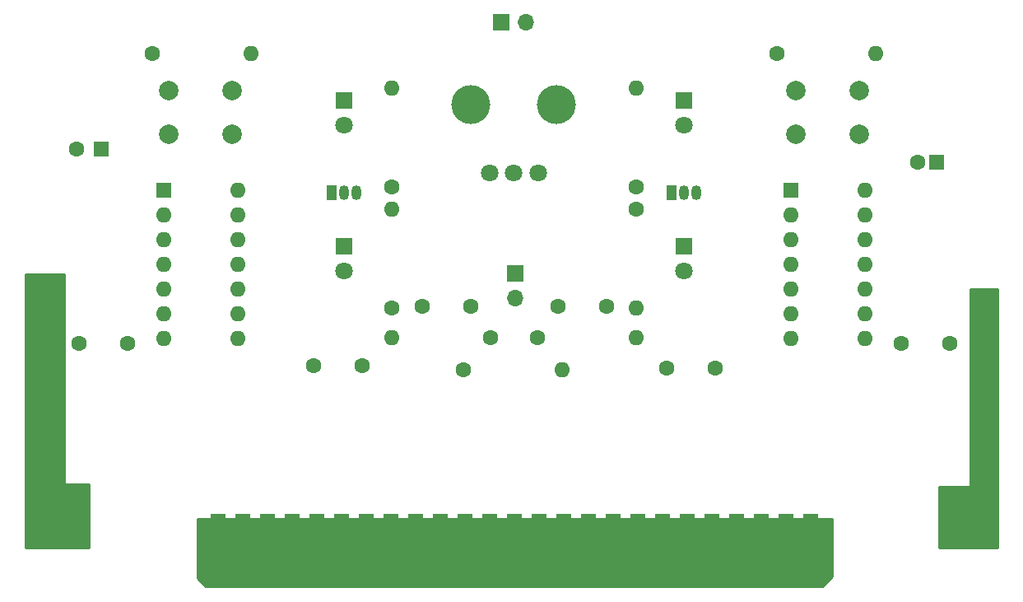
<source format=gbr>
G04 #@! TF.GenerationSoftware,KiCad,Pcbnew,(5.1.7)-1*
G04 #@! TF.CreationDate,2021-10-29T18:47:40-05:00*
G04 #@! TF.ProjectId,ChipLoop,43686970-4c6f-46f7-902e-6b696361645f,rev?*
G04 #@! TF.SameCoordinates,Original*
G04 #@! TF.FileFunction,Soldermask,Top*
G04 #@! TF.FilePolarity,Negative*
%FSLAX46Y46*%
G04 Gerber Fmt 4.6, Leading zero omitted, Abs format (unit mm)*
G04 Created by KiCad (PCBNEW (5.1.7)-1) date 2021-10-29 18:47:40*
%MOMM*%
%LPD*%
G01*
G04 APERTURE LIST*
%ADD10C,1.600000*%
%ADD11O,1.600000X1.600000*%
%ADD12R,1.800000X1.800000*%
%ADD13C,1.800000*%
%ADD14C,5.000000*%
%ADD15R,1.500000X7.000000*%
%ADD16R,1.600000X1.600000*%
%ADD17R,1.700000X1.700000*%
%ADD18O,1.700000X1.700000*%
%ADD19O,1.050000X1.500000*%
%ADD20R,1.050000X1.500000*%
%ADD21C,4.000000*%
%ADD22C,2.000000*%
%ADD23C,0.254000*%
%ADD24C,0.100000*%
G04 APERTURE END LIST*
D10*
G04 #@! TO.C,R9*
X120142000Y-101346000D03*
D11*
X120142000Y-91186000D03*
G04 #@! TD*
D12*
G04 #@! TO.C,D4*
X115250000Y-95000000D03*
D13*
X115250000Y-97540000D03*
G04 #@! TD*
G04 #@! TO.C,D5*
X150250000Y-97540000D03*
D12*
X150250000Y-95000000D03*
G04 #@! TD*
D14*
G04 #@! TO.C,H1*
X85350000Y-122600000D03*
G04 #@! TD*
G04 #@! TO.C,H2*
X180150000Y-122600000D03*
G04 #@! TD*
D15*
G04 #@! TO.C,J1*
X163230000Y-126000000D03*
X160690000Y-126000000D03*
X158150000Y-126000000D03*
X155610000Y-126000000D03*
X153070000Y-126000000D03*
X150530000Y-126000000D03*
X147990000Y-126000000D03*
X145450000Y-126000000D03*
X142910000Y-126000000D03*
X140370000Y-126000000D03*
X137830000Y-126000000D03*
X135290000Y-126000000D03*
X132750000Y-126000000D03*
X130210000Y-126000000D03*
X127670000Y-126000000D03*
X125130000Y-126000000D03*
X122590000Y-126000000D03*
X120050000Y-126000000D03*
X117510000Y-126000000D03*
X114970000Y-126000000D03*
X112430000Y-126000000D03*
X109890000Y-126000000D03*
X107350000Y-126000000D03*
X104810000Y-126000000D03*
X102270000Y-126000000D03*
G04 #@! TD*
D10*
G04 #@! TO.C,C1*
X128270000Y-101238000D03*
X123270000Y-101238000D03*
G04 #@! TD*
G04 #@! TO.C,C2*
X153416000Y-107588000D03*
X148416000Y-107588000D03*
G04 #@! TD*
G04 #@! TO.C,C3*
X172546000Y-105048000D03*
X177546000Y-105048000D03*
G04 #@! TD*
D16*
G04 #@! TO.C,C4*
X90270000Y-85000000D03*
D10*
X87770000Y-85000000D03*
G04 #@! TD*
D16*
G04 #@! TO.C,C5*
X176230000Y-86360000D03*
D10*
X174230000Y-86360000D03*
G04 #@! TD*
G04 #@! TO.C,C6*
X112094000Y-107334000D03*
X117094000Y-107334000D03*
G04 #@! TD*
G04 #@! TO.C,C7*
X142240000Y-101238000D03*
X137240000Y-101238000D03*
G04 #@! TD*
G04 #@! TO.C,C8*
X87964000Y-105048000D03*
X92964000Y-105048000D03*
G04 #@! TD*
D13*
G04 #@! TO.C,D2*
X115250000Y-82540000D03*
D12*
X115250000Y-80000000D03*
G04 #@! TD*
G04 #@! TO.C,D3*
X150250000Y-80000000D03*
D13*
X150250000Y-82540000D03*
G04 #@! TD*
D17*
G04 #@! TO.C,J2*
X132842000Y-97790000D03*
D18*
X132842000Y-100330000D03*
G04 #@! TD*
D19*
G04 #@! TO.C,Q1*
X150250000Y-89500000D03*
X151520000Y-89500000D03*
D20*
X148980000Y-89500000D03*
G04 #@! TD*
D10*
G04 #@! TO.C,R1*
X95504000Y-75184000D03*
D11*
X105664000Y-75184000D03*
G04 #@! TD*
D10*
G04 #@! TO.C,R2*
X127508000Y-107696000D03*
D11*
X137668000Y-107696000D03*
G04 #@! TD*
G04 #@! TO.C,R4*
X145288000Y-104394000D03*
D10*
X135128000Y-104394000D03*
G04 #@! TD*
D11*
G04 #@! TO.C,R5*
X169926000Y-75184000D03*
D10*
X159766000Y-75184000D03*
G04 #@! TD*
D11*
G04 #@! TO.C,R6*
X120142000Y-78740000D03*
D10*
X120142000Y-88900000D03*
G04 #@! TD*
G04 #@! TO.C,R7*
X145288000Y-88900000D03*
D11*
X145288000Y-78740000D03*
G04 #@! TD*
G04 #@! TO.C,R8*
X120142000Y-104394000D03*
D10*
X130302000Y-104394000D03*
G04 #@! TD*
G04 #@! TO.C,R10*
X145288000Y-91186000D03*
D11*
X145288000Y-101346000D03*
G04 #@! TD*
D13*
G04 #@! TO.C,RV1*
X130215000Y-87500000D03*
X132715000Y-87500000D03*
X135215000Y-87500000D03*
D21*
X128315000Y-80500000D03*
X137115000Y-80500000D03*
G04 #@! TD*
D22*
G04 #@! TO.C,SW1*
X97250000Y-83520000D03*
X97250000Y-79020000D03*
X103750000Y-83520000D03*
X103750000Y-79020000D03*
G04 #@! TD*
G04 #@! TO.C,SW2*
X168250000Y-79020000D03*
X168250000Y-83520000D03*
X161750000Y-79020000D03*
X161750000Y-83520000D03*
G04 #@! TD*
D16*
G04 #@! TO.C,U1*
X96690000Y-89281000D03*
D11*
X104310000Y-104521000D03*
X96690000Y-91821000D03*
X104310000Y-101981000D03*
X96690000Y-94361000D03*
X104310000Y-99441000D03*
X96690000Y-96901000D03*
X104310000Y-96901000D03*
X96690000Y-99441000D03*
X104310000Y-94361000D03*
X96690000Y-101981000D03*
X104310000Y-91821000D03*
X96690000Y-104521000D03*
X104310000Y-89281000D03*
G04 #@! TD*
G04 #@! TO.C,U2*
X168810000Y-89281000D03*
X161190000Y-104521000D03*
X168810000Y-91821000D03*
X161190000Y-101981000D03*
X168810000Y-94361000D03*
X161190000Y-99441000D03*
X168810000Y-96901000D03*
X161190000Y-96901000D03*
X168810000Y-99441000D03*
X161190000Y-94361000D03*
X168810000Y-101981000D03*
X161190000Y-91821000D03*
X168810000Y-104521000D03*
D16*
X161190000Y-89281000D03*
G04 #@! TD*
D17*
G04 #@! TO.C,D1*
X131445000Y-72009000D03*
D18*
X133985000Y-72009000D03*
G04 #@! TD*
D19*
G04 #@! TO.C,U3*
X115250000Y-89500000D03*
X116520000Y-89500000D03*
D20*
X113980000Y-89500000D03*
G04 #@! TD*
D23*
X165480000Y-129000000D02*
X164480000Y-130000000D01*
X101020000Y-130000000D01*
X100203000Y-129183000D01*
X100203000Y-123063000D01*
X165480000Y-123063000D01*
X165480000Y-129000000D01*
D24*
G36*
X165480000Y-129000000D02*
G01*
X164480000Y-130000000D01*
X101020000Y-130000000D01*
X100203000Y-129183000D01*
X100203000Y-123063000D01*
X165480000Y-123063000D01*
X165480000Y-129000000D01*
G37*
D23*
X86487000Y-119380000D02*
X86489440Y-119404776D01*
X86496667Y-119428601D01*
X86508403Y-119450557D01*
X86524197Y-119469803D01*
X86543443Y-119485597D01*
X86565399Y-119497333D01*
X86589224Y-119504560D01*
X86614000Y-119507000D01*
X89000000Y-119507000D01*
X89000000Y-126000000D01*
X82500000Y-126000000D01*
X82500000Y-97917000D01*
X86487000Y-97917000D01*
X86487000Y-119380000D01*
D24*
G36*
X86487000Y-119380000D02*
G01*
X86489440Y-119404776D01*
X86496667Y-119428601D01*
X86508403Y-119450557D01*
X86524197Y-119469803D01*
X86543443Y-119485597D01*
X86565399Y-119497333D01*
X86589224Y-119504560D01*
X86614000Y-119507000D01*
X89000000Y-119507000D01*
X89000000Y-126000000D01*
X82500000Y-126000000D01*
X82500000Y-97917000D01*
X86487000Y-97917000D01*
X86487000Y-119380000D01*
G37*
D23*
X182499000Y-126000000D02*
X176500000Y-126000000D01*
X176500000Y-119761000D01*
X179578000Y-119761000D01*
X179602776Y-119758560D01*
X179626601Y-119751333D01*
X179648557Y-119739597D01*
X179667803Y-119723803D01*
X179683597Y-119704557D01*
X179695333Y-119682601D01*
X179702560Y-119658776D01*
X179705000Y-119634000D01*
X179705000Y-99441000D01*
X182499000Y-99441000D01*
X182499000Y-126000000D01*
D24*
G36*
X182499000Y-126000000D02*
G01*
X176500000Y-126000000D01*
X176500000Y-119761000D01*
X179578000Y-119761000D01*
X179602776Y-119758560D01*
X179626601Y-119751333D01*
X179648557Y-119739597D01*
X179667803Y-119723803D01*
X179683597Y-119704557D01*
X179695333Y-119682601D01*
X179702560Y-119658776D01*
X179705000Y-119634000D01*
X179705000Y-99441000D01*
X182499000Y-99441000D01*
X182499000Y-126000000D01*
G37*
M02*

</source>
